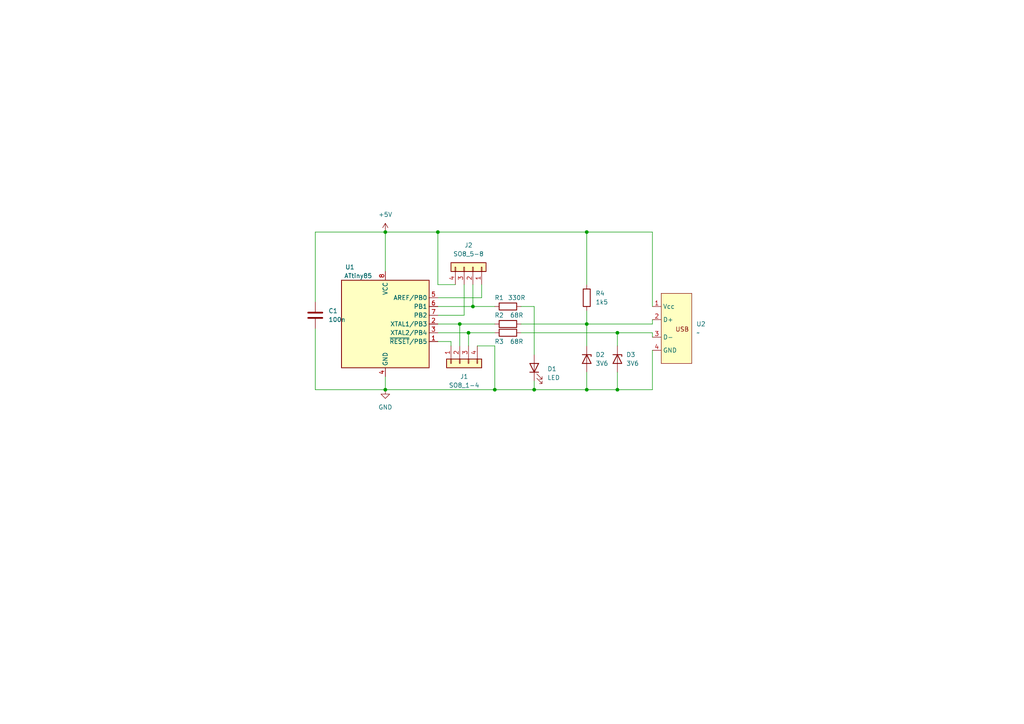
<source format=kicad_sch>
(kicad_sch (version 20250114) (generator "eeschema") (generator_version "9.0")
  (paper "A4")
  (title_block (title "Awu Chen") (company "TMG"))
  (lib_symbols
    (symbol "1_mycustom_symbol_library:PCB_USB_connector"
      (property "Reference" "U" (at 0 0 0))
      (symbol "PCB_USB_connector_1_1"
        (rectangle (start 2.54 10.16) (end 11.43 -10.16) (fill (type background)))
        (text "USB" (at 8.636 -0.254 0) (effects (font (size 1.27 1.27))))
        (pin power_in line (at 0 6.35 0) (length 2.54) (name "Vcc") (number "1"))
        (pin bidirectional line (at 0 2.54 0) (length 2.54) (name "D+") (number "2"))
        (pin bidirectional line (at 0 -2.54 0) (length 2.54) (name "D-") (number "3"))
        (pin power_in line (at 0 -6.35 0) (length 2.54) (name "GND") (number "4"))
      )
    )
    (symbol "Connector_Generic:Conn_01x04" (pin_names (offset 1.016) (hide yes))
      (property "Reference" "J" (at 0 5.08 0))
      (property "Value" "Conn_01x04" (at 0 -7.62 0))
      (symbol "Conn_01x04_1_1"
        (rectangle (start -1.27 3.81) (end 1.27 -6.35) (stroke (width 0.254)) (fill (type background)))
        (rectangle (start -1.27 2.667) (end 0 2.413) (stroke (width 0.1524)))
        (rectangle (start -1.27 0.127) (end 0 -0.127) (stroke (width 0.1524)))
        (rectangle (start -1.27 -2.413) (end 0 -2.667) (stroke (width 0.1524)))
        (rectangle (start -1.27 -4.953) (end 0 -5.207) (stroke (width 0.1524)))
        (pin passive line (at -5.08 2.54 0) (length 3.81) (name "Pin_1") (number "1"))
        (pin passive line (at -5.08 0 0) (length 3.81) (name "Pin_2") (number "2"))
        (pin passive line (at -5.08 -2.54 0) (length 3.81) (name "Pin_3") (number "3"))
        (pin passive line (at -5.08 -5.08 0) (length 3.81) (name "Pin_4") (number "4"))
      )
    )
    (symbol "Device:C" (pin_numbers (hide yes)) (pin_names (offset 0.254))
      (property "Reference" "C" (at 0.635 2.54 0))
      (property "Value" "C" (at 0.635 -2.54 0))
      (symbol "C_0_1"
        (polyline (pts (xy -2.032 0.762) (xy 2.032 0.762)) (stroke (width 0.508)))
        (polyline (pts (xy -2.032 -0.762) (xy 2.032 -0.762)) (stroke (width 0.508)))
      )
      (symbol "C_1_1"
        (pin passive line (at 0 3.81 270) (length 2.794) (name "~") (number "1"))
        (pin passive line (at 0 -3.81 90) (length 2.794) (name "~") (number "2"))
      )
    )
    (symbol "Device:D_Zener" (pin_numbers (hide yes)) (pin_names (offset 1.016) (hide yes))
      (property "Reference" "D" (at 0 2.54 0))
      (property "Value" "D_Zener" (at 0 -2.54 0))
      (symbol "D_Zener_0_1"
        (polyline (pts (xy -1.27 -1.27) (xy -1.27 1.27) (xy -0.762 1.27)) (stroke (width 0.254)))
        (polyline (pts (xy 1.27 0) (xy -1.27 0)))
        (polyline (pts (xy 1.27 -1.27) (xy 1.27 1.27) (xy -1.27 0) (xy 1.27 -1.27)) (stroke (width 0.254)))
      )
      (symbol "D_Zener_1_1"
        (pin passive line (at -3.81 0 0) (length 2.54) (name "K") (number "1"))
        (pin passive line (at 3.81 0 180) (length 2.54) (name "A") (number "2"))
      )
    )
    (symbol "Device:LED" (pin_numbers (hide yes)) (pin_names (offset 1.016) (hide yes))
      (property "Reference" "D" (at 0 2.54 0))
      (property "Value" "LED" (at 0 -2.54 0))
      (symbol "LED_0_1"
        (polyline (pts (xy -3.048 -0.762) (xy -4.572 -2.286) (xy -3.81 -2.286) (xy -4.572 -2.286) (xy -4.572 -1.524)))
        (polyline (pts (xy -1.778 -0.762) (xy -3.302 -2.286) (xy -2.54 -2.286) (xy -3.302 -2.286) (xy -3.302 -1.524)))
        (polyline (pts (xy -1.27 0) (xy 1.27 0)))
        (polyline (pts (xy -1.27 -1.27) (xy -1.27 1.27)) (stroke (width 0.254)))
        (polyline (pts (xy 1.27 -1.27) (xy 1.27 1.27) (xy -1.27 0) (xy 1.27 -1.27)) (stroke (width 0.254)))
      )
      (symbol "LED_1_1"
        (pin passive line (at -3.81 0 0) (length 2.54) (name "K") (number "1"))
        (pin passive line (at 3.81 0 180) (length 2.54) (name "A") (number "2"))
      )
    )
    (symbol "Device:R" (pin_numbers (hide yes)) (pin_names (offset 0))
      (property "Reference" "R" (at 2.032 0 90))
      (property "Value" "R" (at 0 0 90))
      (symbol "R_0_1"
        (rectangle (start -1.016 -2.54) (end 1.016 2.54) (stroke (width 0.254)))
      )
      (symbol "R_1_1"
        (pin passive line (at 0 3.81 270) (length 1.27) (name "~") (number "1"))
        (pin passive line (at 0 -3.81 90) (length 1.27) (name "~") (number "2"))
      )
    )
    (symbol "MCU_Microchip_ATtiny:ATtiny85-20S"
      (property "Reference" "U" (at -12.7 13.97 0))
      (property "Value" "ATtiny85-20S" (at 2.54 -13.97 0))
      (symbol "ATtiny85-20S_0_1"
        (rectangle (start -12.7 -12.7) (end 12.7 12.7) (stroke (width 0.254)) (fill (type background)))
      )
      (symbol "ATtiny85-20S_1_1"
        (pin power_in line (at 0 15.24 270) (length 2.54) (name "VCC") (number "8"))
        (pin power_in line (at 0 -15.24 90) (length 2.54) (name "GND") (number "4"))
        (pin bidirectional line (at 15.24 7.62 180) (length 2.54) (name "AREF/PB0") (number "5"))
        (pin bidirectional line (at 15.24 5.08 180) (length 2.54) (name "PB1") (number "6"))
        (pin bidirectional line (at 15.24 2.54 180) (length 2.54) (name "PB2") (number "7"))
        (pin bidirectional line (at 15.24 0 180) (length 2.54) (name "XTAL1/PB3") (number "2"))
        (pin bidirectional line (at 15.24 -2.54 180) (length 2.54) (name "XTAL2/PB4") (number "3"))
        (pin bidirectional line (at 15.24 -5.08 180) (length 2.54) (name "~{RESET}/PB5") (number "1"))
      )
    )
    (symbol "power:+5V" (power) (pin_names (offset 0))
      (property "Value" "+5V" (at 0 3.556 0))
      (symbol "+5V_0_1"
        (polyline (pts (xy -0.762 1.27) (xy 0 2.54)))
        (polyline (pts (xy 0 2.54) (xy 0.762 1.27)))
        (polyline (pts (xy 0 0) (xy 0 2.54)))
      )
      (symbol "+5V_1_1"
        (pin power_in line (at 0 0 90) (length 0) (hide yes) (name "+5V") (number "1"))
      )
    )
    (symbol "power:GND" (power) (pin_names (offset 0))
      (property "Value" "GND" (at 0 -3.81 0))
      (symbol "GND_0_1"
        (polyline (pts (xy 0 0) (xy 0 -1.27) (xy 1.27 -1.27) (xy 0 -2.54) (xy -1.27 -1.27) (xy 0 -1.27)))
      )
      (symbol "GND_1_1"
        (pin power_in line (at 0 0 270) (length 0) (hide yes) (name "GND") (number "1"))
      )
    )
  )
  (junction (at 170.18 93.98))
  (junction (at 179.07 113.03))
  (junction (at 179.07 96.52))
  (junction (at 111.76 67.31))
  (junction (at 135.89 96.52))
  (junction (at 127 67.31))
  (junction (at 170.18 67.31))
  (junction (at 170.18 113.03))
  (junction (at 133.35 93.98))
  (junction (at 137.16 88.9))
  (junction (at 154.94 113.03))
  (junction (at 111.76 113.03))
  (junction (at 143.51 113.03))
  (wire (pts (xy 170.18 90.17) (xy 170.18 93.98)))
  (wire (pts (xy 170.18 107.95) (xy 170.18 113.03)))
  (wire (pts (xy 133.35 93.98) (xy 143.51 93.98)))
  (wire (pts (xy 189.23 88.9) (xy 189.23 67.31)))
  (wire (pts (xy 137.16 82.55) (xy 137.16 88.9)))
  (wire (pts (xy 111.76 113.03) (xy 143.51 113.03)))
  (wire (pts (xy 179.07 113.03) (xy 170.18 113.03)))
  (wire (pts (xy 154.94 110.49) (xy 154.94 113.03)))
  (wire (pts (xy 91.44 67.31) (xy 111.76 67.31)))
  (wire (pts (xy 135.89 96.52) (xy 135.89 100.33)))
  (wire (pts (xy 111.76 113.03) (xy 111.76 109.22)))
  (wire (pts (xy 127 67.31) (xy 170.18 67.31)))
  (wire (pts (xy 130.81 99.06) (xy 130.81 100.33)))
  (wire (pts (xy 179.07 113.03) (xy 189.23 113.03)))
  (wire (pts (xy 189.23 92.71) (xy 189.23 93.98)))
  (wire (pts (xy 134.62 91.44) (xy 127 91.44)))
  (wire (pts (xy 135.89 96.52) (xy 143.51 96.52)))
  (wire (pts (xy 138.43 100.33) (xy 143.51 100.33)))
  (wire (pts (xy 151.13 93.98) (xy 170.18 93.98)))
  (wire (pts (xy 139.7 86.36) (xy 139.7 82.55)))
  (wire (pts (xy 111.76 67.31) (xy 127 67.31)))
  (wire (pts (xy 127 93.98) (xy 133.35 93.98)))
  (wire (pts (xy 154.94 88.9) (xy 151.13 88.9)))
  (wire (pts (xy 179.07 96.52) (xy 179.07 100.33)))
  (wire (pts (xy 143.51 100.33) (xy 143.51 113.03)))
  (wire (pts (xy 154.94 88.9) (xy 154.94 102.87)))
  (wire (pts (xy 143.51 113.03) (xy 154.94 113.03)))
  (wire (pts (xy 154.94 113.03) (xy 170.18 113.03)))
  (wire (pts (xy 137.16 88.9) (xy 143.51 88.9)))
  (wire (pts (xy 134.62 82.55) (xy 134.62 91.44)))
  (wire (pts (xy 179.07 107.95) (xy 179.07 113.03)))
  (wire (pts (xy 91.44 95.25) (xy 91.44 113.03)))
  (wire (pts (xy 170.18 93.98) (xy 170.18 100.33)))
  (wire (pts (xy 127 82.55) (xy 127 67.31)))
  (wire (pts (xy 170.18 67.31) (xy 170.18 82.55)))
  (wire (pts (xy 127 96.52) (xy 135.89 96.52)))
  (wire (pts (xy 189.23 101.6) (xy 189.23 113.03)))
  (wire (pts (xy 127 99.06) (xy 130.81 99.06)))
  (wire (pts (xy 132.08 82.55) (xy 127 82.55)))
  (wire (pts (xy 91.44 113.03) (xy 111.76 113.03)))
  (wire (pts (xy 151.13 96.52) (xy 179.07 96.52)))
  (wire (pts (xy 127 86.36) (xy 139.7 86.36)))
  (wire (pts (xy 189.23 96.52) (xy 179.07 96.52)))
  (wire (pts (xy 189.23 67.31) (xy 170.18 67.31)))
  (wire (pts (xy 111.76 67.31) (xy 111.76 78.74)))
  (wire (pts (xy 189.23 97.79) (xy 189.23 96.52)))
  (wire (pts (xy 133.35 93.98) (xy 133.35 100.33)))
  (wire (pts (xy 189.23 93.98) (xy 170.18 93.98)))
  (wire (pts (xy 91.44 67.31) (xy 91.44 87.63)))
  (wire (pts (xy 127 88.9) (xy 137.16 88.9)))
  (symbol (lib_id "1_mycustom_symbol_library:PCB_USB_connector") (at 189.23 95.25 0) (unit 1)
    (property "Reference" "U2" (at 201.93 93.9799 0) (effects (justify left)))
    (property "Value" "~" (at 201.93 96.5199 0) (effects (justify left)))
    (property "Footprint" "1_My_custom_library:PCB_USB_connector" (effects (hide yes)))
  )
  (symbol (lib_id "Device:R") (at 170.18 86.36 180) (unit 1)
    (property "Reference" "R4" (at 172.72 85.0899 0) (effects (justify right)))
    (property "Value" "1k5" (at 172.72 87.6299 0) (effects (justify right)))
    (property "Footprint" "Resistor_SMD:R_0805_2012Metric_Pad1.20x1.40mm_HandSolder" (effects (hide yes)))
  )
  (symbol (lib_id "Connector_Generic:Conn_01x04") (at 137.16 77.47 270) (mirror x) (unit 1)
    (property "Reference" "J2" (at 135.89 71.12 90))
    (property "Value" "SO8_5-8" (at 135.89 73.66 90))
    (property "Footprint" "Connector_PinHeader_2.54mm:PinHeader_1x04_P2.54mm_Vertical" (effects (hide yes)))
  )
  (symbol (lib_id "power:GND") (at 111.76 113.03 0) (unit 1)
    (property "Reference" "#PWR0101" (effects (hide yes)))
    (property "Value" "GND" (at 111.76 118.11 0))
  )
  (symbol (lib_id "Device:D_Zener") (at 179.07 104.14 270) (unit 1)
    (property "Reference" "D3" (at 181.61 102.8699 90) (effects (justify left)))
    (property "Value" "3V6" (at 181.61 105.4099 90) (effects (justify left)))
    (property "Footprint" "Diode_SMD:D_SOD-123" (effects (hide yes)))
  )
  (symbol (lib_id "Device:C") (at 91.44 91.44 0) (unit 1)
    (property "Reference" "C1" (at 95.25 90.1699 0) (effects (justify left)))
    (property "Value" "100n" (at 95.25 92.7099 0) (effects (justify left)))
    (property "Footprint" "Capacitor_SMD:C_1206_3216Metric_Pad1.33x1.80mm_HandSolder" (effects (hide yes)))
  )
  (symbol (lib_id "Device:R") (at 147.32 88.9 270) (unit 1)
    (property "Reference" "R1" (at 144.78 86.36 90))
    (property "Value" "330R" (at 149.86 86.36 90))
    (property "Footprint" "Resistor_SMD:R_0805_2012Metric_Pad1.20x1.40mm_HandSolder" (effects (hide yes)))
  )
  (symbol (lib_id "Device:LED") (at 154.94 106.68 90) (unit 1)
    (property "Reference" "D1" (at 158.75 106.9974 90) (effects (justify right)))
    (property "Value" "LED" (at 158.75 109.5374 90) (effects (justify right)))
    (property "Footprint" "LED_THT:LED_D3.0mm" (effects (hide yes)))
  )
  (symbol (lib_id "Device:R") (at 147.32 93.98 270) (unit 1)
    (property "Reference" "R2" (at 144.78 91.44 90))
    (property "Value" "68R" (at 149.86 91.44 90))
    (property "Footprint" "Resistor_SMD:R_0805_2012Metric_Pad1.20x1.40mm_HandSolder" (effects (hide yes)))
  )
  (symbol (lib_id "Device:R") (at 147.32 96.52 270) (unit 1)
    (property "Reference" "R3" (at 144.78 99.06 90))
    (property "Value" "68R" (at 149.86 99.06 90))
    (property "Footprint" "Resistor_SMD:R_0805_2012Metric_Pad1.20x1.40mm_HandSolder" (effects (hide yes)))
  )
  (symbol (lib_id "MCU_Microchip_ATtiny:ATtiny85-20S") (at 111.76 93.98 0) (unit 1)
    (property "Reference" "U1" (at 102.87 77.47 0) (effects (justify right)))
    (property "Value" "ATtiny85" (at 107.95 80.01 0) (effects (justify right)))
    (property "Footprint" "Package_SO:SOIC-8W_5.3x5.3mm_P1.27mm" (effects (hide yes)))
    (property "Datasheet" "http://ww1.microchip.com/downloads/en/DeviceDoc/atmel-2586-avr-8-bit-microcontroller-attiny25-attiny45-attiny85_datasheet.pdf" (effects (hide yes)))
  )
  (symbol (lib_id "Connector_Generic:Conn_01x04") (at 133.35 105.41 90) (mirror x) (unit 1)
    (property "Reference" "J1" (at 134.62 109.22 90))
    (property "Value" "SO8_1-4" (at 134.62 111.76 90))
    (property "Footprint" "Connector_PinHeader_2.54mm:PinHeader_1x04_P2.54mm_Vertical" (effects (hide yes)))
  )
  (symbol (lib_id "power:+5V") (at 111.76 67.31 0) (unit 1)
    (property "Reference" "#PWR0102" (effects (hide yes)))
    (property "Value" "+5V" (at 111.76 62.23 0))
  )
  (symbol (lib_id "Device:D_Zener") (at 170.18 104.14 270) (unit 1)
    (property "Reference" "D2" (at 172.72 102.8699 90) (effects (justify left)))
    (property "Value" "3V6" (at 172.72 105.4099 90) (effects (justify left)))
    (property "Footprint" "Diode_SMD:D_SOD-123" (effects (hide yes)))
  )
)
</source>
